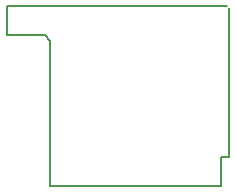
<source format=gbo>
G04*
G04 #@! TF.GenerationSoftware,Altium Limited,Altium Designer,20.0.10 (225)*
G04*
G04 Layer_Color=57008*
%FSLAX25Y25*%
%MOIN*%
G70*
G01*
G75*
%ADD10C,0.00787*%
D10*
X71659Y394D02*
Y10277D01*
X74606D01*
X394Y50689D02*
Y60532D01*
Y50689D02*
X12992D01*
X14764Y48917D01*
Y394D02*
Y48917D01*
Y394D02*
X71659D01*
X74606Y10277D02*
Y59744D01*
X394Y60532D02*
X73819D01*
M02*

</source>
